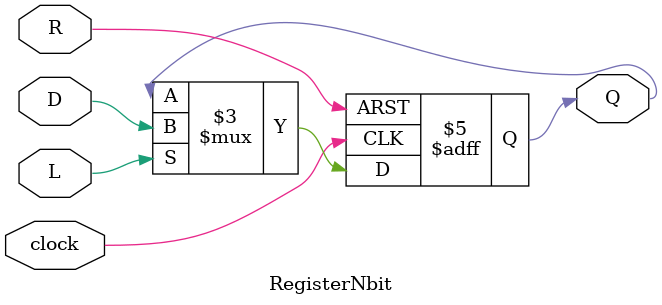
<source format=v>
module RegisterNbit(Q, D, L, R, clock);
	parameter N = 1; // number of bits
	output reg [N-1:0]Q; // registered output
	input [N-1:0]D; // data input
	input L; // load enable
	input R; // positive logic asynchronous reset
	input clock; // positive edge clock
	
	always @(posedge clock or posedge R) begin
		if(R)
			Q <= 0;
		else if(L)
			Q <= D;
		else
			Q <= Q;
	end
endmodule

</source>
